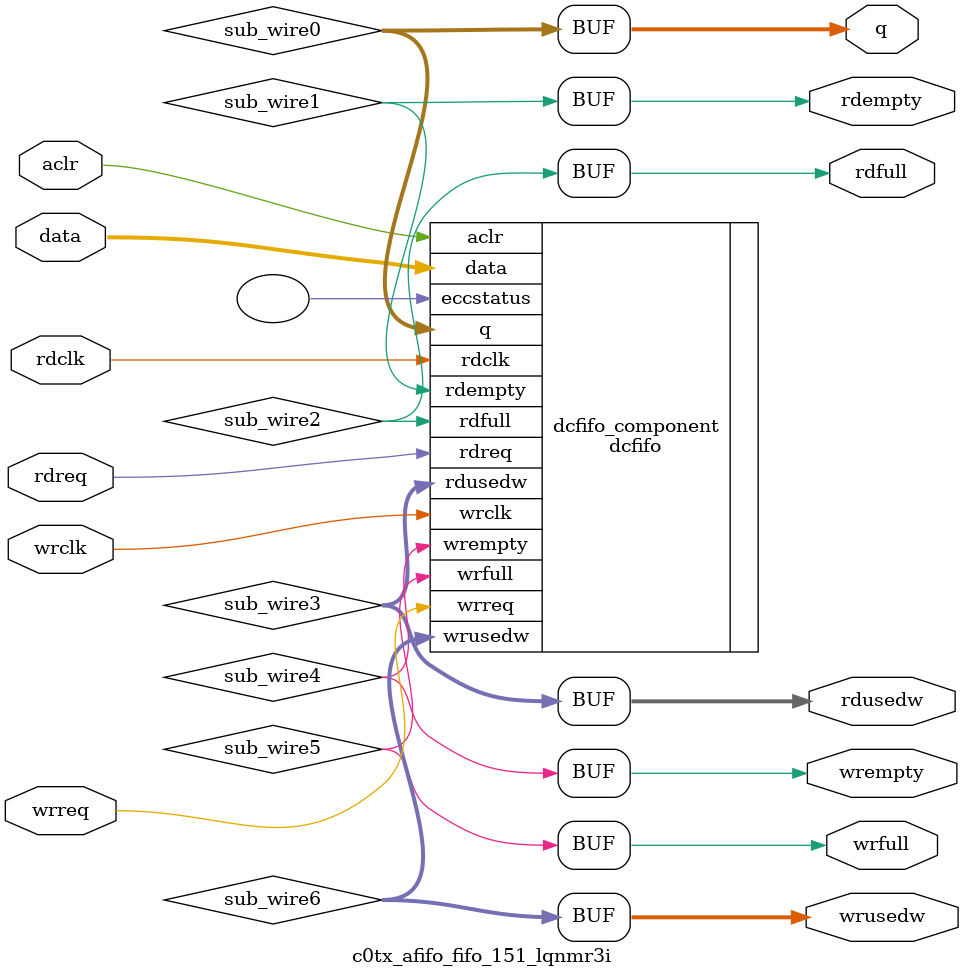
<source format=v>



`timescale 1 ps / 1 ps
// synopsys translate_on
module  c0tx_afifo_fifo_151_lqnmr3i  (
    aclr,
    data,
    rdclk,
    rdreq,
    wrclk,
    wrreq,
    q,
    rdempty,
    rdfull,
    rdusedw,
    wrempty,
    wrfull,
    wrusedw);

    input    aclr;
    input  [74:0]  data;
    input    rdclk;
    input    rdreq;
    input    wrclk;
    input    wrreq;
    output [74:0]  q;
    output   rdempty;
    output   rdfull;
    output [8:0]  rdusedw;
    output   wrempty;
    output   wrfull;
    output [8:0]  wrusedw;
`ifndef ALTERA_RESERVED_QIS
// synopsys translate_off
`endif
    tri0     aclr;
`ifndef ALTERA_RESERVED_QIS
// synopsys translate_on
`endif

    wire [74:0] sub_wire0;
    wire  sub_wire1;
    wire  sub_wire2;
    wire [8:0] sub_wire3;
    wire  sub_wire4;
    wire  sub_wire5;
    wire [8:0] sub_wire6;
    wire [74:0] q = sub_wire0[74:0];
    wire  rdempty = sub_wire1;
    wire  rdfull = sub_wire2;
    wire [8:0] rdusedw = sub_wire3[8:0];
    wire  wrempty = sub_wire4;
    wire  wrfull = sub_wire5;
    wire [8:0] wrusedw = sub_wire6[8:0];

    dcfifo  dcfifo_component (
                .aclr (aclr),
                .data (data),
                .rdclk (rdclk),
                .rdreq (rdreq),
                .wrclk (wrclk),
                .wrreq (wrreq),
                .q (sub_wire0),
                .rdempty (sub_wire1),
                .rdfull (sub_wire2),
                .rdusedw (sub_wire3),
                .wrempty (sub_wire4),
                .wrfull (sub_wire5),
                .wrusedw (sub_wire6),
                .eccstatus ());
    defparam
        dcfifo_component.add_usedw_msb_bit  = "ON",
        dcfifo_component.enable_ecc  = "FALSE",
        dcfifo_component.intended_device_family  = "Arria 10",
        dcfifo_component.lpm_hint  = "DISABLE_DCFIFO_EMBEDDED_TIMING_CONSTRAINT=TRUE",
        dcfifo_component.lpm_numwords  = 256,
        dcfifo_component.lpm_showahead  = "OFF",
        dcfifo_component.lpm_type  = "dcfifo",
        dcfifo_component.lpm_width  = 75,
        dcfifo_component.lpm_widthu  = 9,
        dcfifo_component.overflow_checking  = "ON",
        dcfifo_component.rdsync_delaypipe  = 5,
        dcfifo_component.read_aclr_synch  = "ON",
        dcfifo_component.underflow_checking  = "ON",
        dcfifo_component.use_eab  = "ON",
        dcfifo_component.write_aclr_synch  = "ON",
        dcfifo_component.wrsync_delaypipe  = 5;


endmodule



</source>
